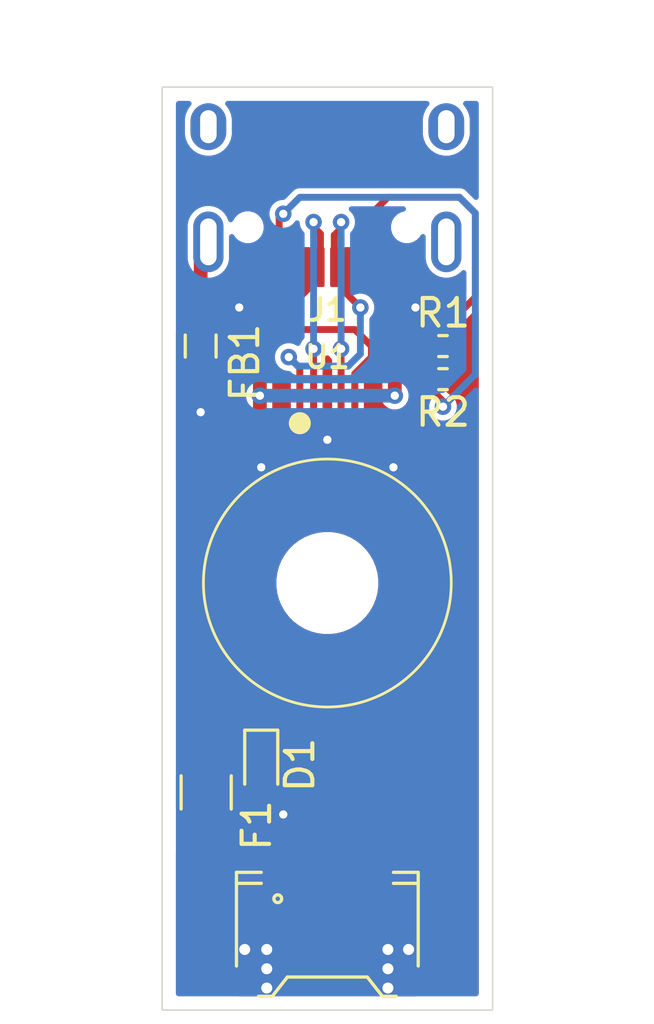
<source format=kicad_pcb>
(kicad_pcb (version 20241229) (generator "pcbnew") (generator_version "9.0")
  (layers (0 "F.Cu" signal) (2 "B.Cu" signal) (13 "F.Paste" user) (15 "B.Paste" user) (5 "F.SilkS" user "F.Silkscreen") (7 "B.SilkS" user "B.Silkscreen") (1 "F.Mask" user) (3 "B.Mask" user) (25 "Edge.Cuts" user))
  (net 0 "")
  (net 3 "+5V")
  (net 4 "GND")
  (net 5 "D-")
  (net 6 "D+")
  (net 7 "VBUS")
  (net 8 "GNDPWR")
  (net 9 "Net-(J1-CC1)")
  (net 10 "Net-(J1-CC2)")
  (footprint "nesceptor:PicoEZMate-Reinforced-Lite" (layer "F.Cu") (at 92 103.5)
    (property "Reference" "J2")
    (property "Value" "Conn_01x04_MountingPin")
    (fp_line (start -3.3 -2) (end -3.3 1.4) (stroke (width 0.12)) (layer "F.SilkS"))
    (fp_line (start -3.3 -2) (end -2.4 -2) (stroke (width 0.12)) (layer "F.SilkS"))
    (fp_line (start -2.4 -1.6) (end -3.3 -1.6) (stroke (width 0.12)) (layer "F.SilkS"))
    (fp_line (start -2 2.5) (end -2.5 2.5) (stroke (width 0.12)) (layer "F.SilkS"))
    (fp_line (start -1.45 1.8) (end -2 2.5) (stroke (width 0.12)) (layer "F.SilkS"))
    (fp_line (start 1.45 1.8) (end -1.45 1.8) (stroke (width 0.12)) (layer "F.SilkS"))
    (fp_line (start 2 2.5) (end 1.45 1.8) (stroke (width 0.12)) (layer "F.SilkS"))
    (fp_line (start 2 2.5) (end 2.5 2.5) (stroke (width 0.12)) (layer "F.SilkS"))
    (fp_line (start 2.4 -2) (end 3.3 -2) (stroke (width 0.12)) (layer "F.SilkS"))
    (fp_line (start 3.3 -2) (end 3.3 1.4) (stroke (width 0.12)) (layer "F.SilkS"))
    (fp_line (start 3.3 -1.6) (end 2.4 -1.6) (stroke (width 0.12)) (layer "F.SilkS"))
    (fp_circle (center -1.8 -1.041421) (end -1.7 -1.141421) (stroke (width 0.12)) (fill no) (layer "F.SilkS"))
    (pad "1" smd roundrect (at -1.8 -2.2) (size 1 1.8) (layers "F.Cu") (roundrect_rratio 0.1666666667) (net 3 "+5V"))
    (pad "2" smd roundrect (at -0.6 -2.2) (size 1 1.8) (layers "F.Cu") (roundrect_rratio 0.1666666667) (net 5 "D-"))
    (pad "3" smd roundrect (at 0.6 -2.2) (size 1 1.8) (layers "F.Cu") (roundrect_rratio 0.1666666667) (net 6 "D+"))
    (pad "4" smd roundrect (at 1.8 -2.2) (size 1 1.8) (layers "F.Cu") (roundrect_rratio 0.1666666667) (net 4 "GND"))
    (pad "MP" thru_hole circle (at -3 0.8) (size 0.6 0.6) (drill 0.4) (layers "*.Cu") (net 4 "GND"))
    (pad "MP" smd roundrect (at -2.575 1.5) (size 1.45 2) (layers "F.Cu") (roundrect_rratio 0.06896551724) (net 4 "GND"))
    (pad "MP" smd roundrect (at -2.575 1.5) (size 1.45 2) (layers "B.Cu") (roundrect_rratio 0.06896551724) (net 4 "GND"))
    (pad "MP" thru_hole circle (at -2.2 0.8) (size 0.6 0.6) (drill 0.4) (layers "*.Cu") (net 4 "GND"))
    (pad "MP" thru_hole circle (at -2.2 1.5) (size 0.6 0.6) (drill 0.4) (layers "*.Cu") (net 4 "GND"))
    (pad "MP" thru_hole circle (at -2.2 2.2) (size 0.6 0.6) (drill 0.4) (layers "*.Cu") (net 4 "GND"))
    (pad "MP" thru_hole circle (at 2.2 0.8) (size 0.6 0.6) (drill 0.4) (layers "*.Cu") (net 4 "GND"))
    (pad "MP" thru_hole circle (at 2.2 1.5) (size 0.6 0.6) (drill 0.4) (layers "*.Cu") (net 4 "GND"))
    (pad "MP" thru_hole circle (at 2.2 2.2) (size 0.6 0.6) (drill 0.4) (layers "*.Cu") (net 4 "GND"))
    (pad "MP" smd roundrect (at 2.575 1.5) (size 1.45 2) (layers "F.Cu") (roundrect_rratio 0.06896551724) (net 4 "GND"))
    (pad "MP" smd roundrect (at 2.575 1.5) (size 1.45 2) (layers "B.Cu") (roundrect_rratio 0.06896551724) (net 4 "GND"))
    (pad "MP" thru_hole circle (at 2.95 0.8) (size 0.6 0.6) (drill 0.4) (layers "*.Cu") (net 4 "GND"))
  )
  (footprint "Fuse:Fuse_1206_3216Metric" (layer "F.Cu") (at 87.6 98.6 -90)
    (property "Reference" "F1" (at 1.2 -1.83 90) (layer "F.SilkS"))
    (property "Value" "SMD0805-050-16V")
    (fp_line (start -0.602064 0.91) (end 0.602064 0.91) (stroke (width 0.12)) (layer "F.SilkS"))
    (fp_line (start -0.602064 -0.91) (end 0.602064 -0.91) (stroke (width 0.12)) (layer "F.SilkS"))
    (pad "1" smd roundrect (at -1.4 0 270) (size 1.25 1.75) (layers "F.Cu" "F.Mask" "F.Paste") (roundrect_rratio 0.2) (net 7 "VBUS"))
    (pad "2" smd roundrect (at 1.4 0 270) (size 1.25 1.75) (layers "F.Cu" "F.Mask" "F.Paste") (roundrect_rratio 0.2) (net 3 "+5V"))
  )
  (footprint "Resistor_SMD:R_0402_1005Metric" (layer "F.Cu") (at 96.2 82.4 180)
    (property "Reference" "R1" (at 0 1.2 0) (layer "F.SilkS"))
    (property "Value" "5.1k")
    (fp_line (start -0.153641 0.38) (end 0.153641 0.38) (stroke (width 0.12)) (layer "F.SilkS"))
    (fp_line (start -0.153641 -0.38) (end 0.153641 -0.38) (stroke (width 0.12)) (layer "F.SilkS"))
    (pad "1" smd roundrect (at -0.51 0 180) (size 0.54 0.64) (layers "F.Cu" "F.Mask" "F.Paste") (net 4 "GND"))
    (pad "2" smd roundrect (at 0.51 0 180) (size 0.54 0.64) (layers "F.Cu" "F.Mask" "F.Paste") (net 9 "Net-(J1-CC1)"))
  )
  (footprint "Diode_SMD:D_SOD-523" (layer "F.Cu") (at 89.6 97.6 -90)
    (property "Reference" "D1" (at 0 -1.4 90) (layer "F.SilkS"))
    (property "Value" "ESD5Z5V0")
    (fp_line (start 0.7 0.6) (end -1.26 0.6) (stroke (width 0.12)) (layer "F.SilkS"))
    (fp_line (start -1.26 -0.6) (end -1.26 0.6) (stroke (width 0.12)) (layer "F.SilkS"))
    (fp_line (start 0.7 -0.6) (end -1.26 -0.6) (stroke (width 0.12)) (layer "F.SilkS"))
    (pad "1" smd roundrect (at -0.7 0 90) (size 0.6 0.7) (layers "F.Cu" "F.Mask" "F.Paste") (net 7 "VBUS"))
    (pad "2" smd roundrect (at 0.7 0 90) (size 0.6 0.7) (layers "F.Cu" "F.Mask" "F.Paste") (net 4 "GND"))
  )
  (footprint "Resistor_SMD:R_0402_1005Metric" (layer "F.Cu") (at 96.2 83.6)
    (property "Reference" "R2" (at 0 1.2 0) (layer "F.SilkS"))
    (property "Value" "5.1k")
    (fp_line (start -0.153641 -0.38) (end 0.153641 -0.38) (stroke (width 0.12)) (layer "F.SilkS"))
    (fp_line (start -0.153641 0.38) (end 0.153641 0.38) (stroke (width 0.12)) (layer "F.SilkS"))
    (pad "1" smd roundrect (at -0.51 0) (size 0.54 0.64) (layers "F.Cu" "F.Mask" "F.Paste") (net 10 "Net-(J1-CC2)"))
    (pad "2" smd roundrect (at 0.51 0) (size 0.54 0.64) (layers "F.Cu" "F.Mask" "F.Paste") (net 4 "GND"))
  )
  (footprint "Inductor_SMD:L_0805_2012Metric" (layer "F.Cu") (at 87.4 82.4 -90)
    (property "Reference" "FB1" (at 0.6 -1.6 90) (layer "F.SilkS"))
    (property "Value" "GZ2012D601TF")
    (fp_line (start -0.399622 0.56) (end 0.399622 0.56) (stroke (width 0.12)) (layer "F.SilkS"))
    (fp_line (start -0.399622 -0.56) (end 0.399622 -0.56) (stroke (width 0.12)) (layer "F.SilkS"))
    (pad "1" smd roundrect (at -1.0625 0 270) (size 0.875 1.2) (layers "F.Cu" "F.Mask" "F.Paste") (net 8 "GNDPWR"))
    (pad "2" smd roundrect (at 1.0625 0 270) (size 0.875 1.2) (layers "F.Cu" "F.Mask" "F.Paste") (net 4 "GND"))
  )
  (footprint "nesceptor:USON-10_2.5x1.0mm_P0.5mm" (layer "F.Cu") (at 92 84.2 90)
    (property "Reference" "U1" (at 1.4 0 0) (layer "F.SilkS") (effects (font (size 0.8 0.8))))
    (property "Value" "TPD4E05U06DQAR")
    (fp_circle (center -1 -1) (end -1 -1) (stroke (width 0.4)) (fill no) (layer "F.SilkS"))
    (pad "1" smd roundrect (at -0.385 -1) (size 0.25 0.55) (layers "F.Cu" "F.Mask" "F.Paste") (roundrect_rratio 0.5) (net 5 "D-"))
    (pad "2" smd rect (at -0.385 -0.5) (size 0.25 0.55) (layers "F.Cu" "F.Mask" "F.Paste") (net 5 "D-"))
    (pad "3" smd rect (at -0.385 0) (size 0.3 0.55) (layers "F.Cu" "F.Mask" "F.Paste") (net 4 "GND"))
    (pad "4" smd rect (at -0.385 0.5) (size 0.25 0.55) (layers "F.Cu" "F.Mask" "F.Paste") (net 6 "D+"))
    (pad "5" smd rect (at -0.385 1) (size 0.25 0.55) (layers "F.Cu" "F.Mask" "F.Paste") (net 6 "D+"))
    (pad "6" smd rect (at 0.385 1) (size 0.25 0.55) (layers "F.Cu" "F.Mask" "F.Paste") (net 6 "D+"))
    (pad "7" smd rect (at 0.385 0.5) (size 0.25 0.55) (layers "F.Cu" "F.Mask" "F.Paste") (net 6 "D+"))
    (pad "8" smd rect (at 0.385 0) (size 0.3 0.55) (layers "F.Cu" "F.Mask" "F.Paste") (net 4 "GND"))
    (pad "9" smd rect (at 0.385 -0.5) (size 0.25 0.55) (layers "F.Cu" "F.Mask" "F.Paste") (net 5 "D-"))
    (pad "10" smd rect (at 0.385 -1) (size 0.25 0.55) (layers "F.Cu" "F.Mask" "F.Paste") (net 5 "D-"))
  )
  (footprint "MountingHole:MountingHole_3.2mm_M3" (layer "F.Cu") (at 92 91)
    (property "Reference" "H1")
    (property "Value" "MountingHole")
    (pad "" np_thru_hole circle (at 0 0) (size 3.2 3.2) (drill 3.2) (layers "*.Cu" "*.Mask"))
  )
  (footprint "nesceptor:HRO-TYPE-C-31-M-12-Assembly" (layer "F.Cu") (at 92 71.8375 180)
    (property "Reference" "J1" (at 0 -9.25 0) (layer "F.SilkS") (effects (font (size 0.8 0.8))))
    (property "Value" "USB_C_Receptacle_USB2.0_16P")
    (pad "" np_thru_hole circle (at -2.89 -6.25 180) (size 0.65 0.65) (drill 0.65) (layers "*.Cu" "*.Mask"))
    (pad "" np_thru_hole circle (at 2.89 -6.25 180) (size 0.65 0.65) (drill 0.65) (layers "*.Cu" "*.Mask"))
    (pad "A1" smd roundrect (at -3.225 -7.695 180) (size 0.6 1.45) (layers "F.Cu" "F.Mask" "F.Paste") (roundrect_rratio 0.1) (net 4 "GND"))
    (pad "A4" smd roundrect (at -2.45 -7.695 180) (size 0.6 1.45) (layers "F.Cu" "F.Mask" "F.Paste") (roundrect_rratio 0.1) (net 7 "VBUS"))
    (pad "A5" smd roundrect (at -1.25 -7.695 180) (size 0.3 1.45) (layers "F.Cu" "F.Mask" "F.Paste") (roundrect_rratio 0.2) (net 9 "Net-(J1-CC1)"))
    (pad "A6" smd roundrect (at -0.25 -7.695 180) (size 0.3 1.45) (layers "F.Cu" "F.Mask" "F.Paste") (roundrect_rratio 0.2) (net 6 "D+"))
    (pad "A7" smd roundrect (at 0.25 -7.695 180) (size 0.3 1.45) (layers "F.Cu" "F.Mask" "F.Paste") (roundrect_rratio 0.2) (net 5 "D-"))
    (pad "A8" smd roundrect (at 1.25 -7.695 180) (size 0.3 1.45) (layers "F.Cu" "F.Mask" "F.Paste") (roundrect_rratio 0.2))
    (pad "B1" smd roundrect (at 3.225 -7.695 180) (size 0.6 1.45) (layers "F.Cu" "F.Mask" "F.Paste") (roundrect_rratio 0.1) (net 4 "GND"))
    (pad "B4" smd roundrect (at 2.45 -7.695 180) (size 0.6 1.45) (layers "F.Cu" "F.Mask" "F.Paste") (roundrect_rratio 0.1) (net 7 "VBUS"))
    (pad "B5" smd roundrect (at 1.75 -7.695 180) (size 0.3 1.45) (layers "F.Cu" "F.Mask" "F.Paste") (roundrect_rratio 0.2) (net 10 "Net-(J1-CC2)"))
    (pad "B6" smd roundrect (at 0.75 -7.695 180) (size 0.3 1.45) (layers "F.Cu" "F.Mask" "F.Paste") (roundrect_rratio 0.2) (net 6 "D+"))
    (pad "B7" smd roundrect (at -0.75 -7.695 180) (size 0.3 1.45) (layers "F.Cu" "F.Mask" "F.Paste") (roundrect_rratio 0.2) (net 5 "D-"))
    (pad "B8" smd roundrect (at -1.75 -7.695 180) (size 0.3 1.45) (layers "F.Cu" "F.Mask" "F.Paste") (roundrect_rratio 0.2))
    (pad "S1" thru_hole oval (at -4.32 -6.78 180) (size 1.1 2.2) (drill oval 0.6 1.7) (layers "*.Cu" "*.Mask") (net 8 "GNDPWR"))
    (pad "S1" thru_hole oval (at -4.32 -2.6 180) (size 1.3 1.7) (drill oval 0.6 1.2) (layers "*.Cu" "*.Mask") (net 8 "GNDPWR"))
    (pad "S1" thru_hole oval (at 4.32 -6.78 180) (size 1.1 2.2) (drill oval 0.6 1.7) (layers "*.Cu" "*.Mask") (net 8 "GNDPWR"))
    (pad "S1" thru_hole oval (at 4.32 -2.6 180) (size 1.3 1.7) (drill oval 0.6 1.2) (layers "*.Cu" "*.Mask") (net 8 "GNDPWR"))
  )
  (gr_circle (center 92 91) (end 96.5 91) (stroke (width 0.1)) (fill no) (layer "F.SilkS"))
  (gr_line (start 92 73) (end 98 73) (stroke (width 0.05)) (layer "Edge.Cuts"))
  (gr_line (start 98 73) (end 98 98) (stroke (width 0.05)) (layer "Edge.Cuts"))
  (gr_line (start 86 106.5) (end 98 106.5) (stroke (width 0.05)) (layer "Edge.Cuts"))
  (gr_line (start 86 98) (end 86 106.5) (stroke (width 0.05)) (layer "Edge.Cuts"))
  (gr_line (start 92 73) (end 86 73) (stroke (width 0.05)) (layer "Edge.Cuts"))
  (gr_line (start 98 106.5) (end 98 98) (stroke (width 0.05)) (layer "Edge.Cuts"))
  (gr_line (start 86 73) (end 86 98) (stroke (width 0.05)) (layer "Edge.Cuts"))
  (segment (start 88.9 100) (end 90.2 101.3) (width 0.5) (layer "F.Cu") (net 3))
  (segment (start 87.6 100) (end 88.9 100) (width 0.5) (layer "F.Cu") (net 3))
  (segment (start 92 84.585) (end 92 85.8) (width 0.25) (layer "F.Cu") (net 4))
  (segment (start 92 83.815) (end 92 84.585) (width 0.25) (layer "F.Cu") (net 4))
  (via (at 92 85.8) (size 0.6) (drill 0.3) (layers "F.Cu" "B.Cu") (net 4))
  (via (at 90.4 99.4) (size 0.6) (drill 0.3) (layers "F.Cu" "B.Cu") (net 4))
  (via (at 95.2 81) (size 0.6) (drill 0.3) (layers "F.Cu" "B.Cu") (net 4))
  (via (at 89.6 86.8) (size 0.6) (drill 0.3) (layers "F.Cu" "B.Cu") (net 4))
  (via (at 94.4 86.8) (size 0.6) (drill 0.3) (layers "F.Cu" "B.Cu") (net 4))
  (via (at 88.8 81) (size 0.6) (drill 0.3) (layers "F.Cu" "B.Cu") (net 4))
  (via (at 87.4 84.8) (size 0.6) (drill 0.3) (layers "F.Cu" "B.Cu") (net 4))
  (segment (start 91.4 94.4) (end 91.4 101.3) (width 0.25) (layer "F.Cu") (net 5))
  (segment (start 93.2 81) (end 92.75 80.55) (width 0.25) (layer "F.Cu") (net 5))
  (segment (start 91 83.2) (end 91 83.815) (width 0.25) (layer "F.Cu") (net 5))
  (segment (start 92.75 80.55) (end 92.75 79.5325) (width 0.25) (layer "F.Cu") (net 5))
  (segment (start 91.5 85.3) (end 91.5 84.2) (width 0.25) (layer "F.Cu") (net 5))
  (segment (start 91.75 78.325) (end 91.75 79.5325) (width 0.25) (layer "F.Cu") (net 5))
  (segment (start 89.4 92.4) (end 91.4 94.4) (width 0.25) (layer "F.Cu") (net 5))
  (segment (start 91 83.815) (end 91 85.8) (width 0.25) (layer "F.Cu") (net 5))
  (segment (start 91 85.8) (end 91 88) (width 0.25) (layer "F.Cu") (net 5))
  (segment (start 90.6 82.8) (end 91 83.2) (width 0.25) (layer "F.Cu") (net 5))
  (segment (start 91 85.8) (end 91.5 85.3) (width 0.25) (layer "F.Cu") (net 5))
  (segment (start 91.5 78.075) (end 91.75 78.325) (width 0.25) (layer "F.Cu") (net 5))
  (segment (start 91.5 83.815) (end 91.5 84.2) (width 0.25) (layer "F.Cu") (net 5))
  (segment (start 91.5 83.815) (end 91.5 82.5) (width 0.25) (layer "F.Cu") (net 5))
  (segment (start 91 88) (end 89.4 89.6) (width 0.25) (layer "F.Cu") (net 5))
  (segment (start 89.4 89.6) (end 89.4 92.4) (width 0.25) (layer "F.Cu") (net 5))
  (segment (start 91 83.815) (end 91 84.585) (width 0.25) (layer "F.Cu") (net 5))
  (segment (start 91.5 77.9) (end 91.5 78.075) (width 0.25) (layer "F.Cu") (net 5))
  (segment (start 91.5 84.2) (end 91.5 84.585) (width 0.25) (layer "F.Cu") (net 5))
  (via (at 90.6 82.8) (size 0.6) (drill 0.3) (layers "F.Cu" "B.Cu") (net 5))
  (via (at 91.5 82.5) (size 0.6) (drill 0.3) (layers "F.Cu" "B.Cu") (net 5))
  (via (at 93.2 81) (size 0.6) (drill 0.3) (layers "F.Cu" "B.Cu") (net 5))
  (via (at 91.5 77.9) (size 0.6) (drill 0.3) (layers "F.Cu" "B.Cu") (net 5))
  (segment (start 92.759298 83.126) (end 93.2 82.685298) (width 0.25) (layer "B.Cu") (net 5))
  (segment (start 91.5 77.9) (end 91.5 82.5) (width 0.25) (layer "B.Cu") (net 5))
  (segment (start 90.926 83.126) (end 92.759298 83.126) (width 0.25) (layer "B.Cu") (net 5))
  (segment (start 93.2 82.685298) (end 93.2 81) (width 0.25) (layer "B.Cu") (net 5))
  (segment (start 90.6 82.8) (end 90.926 83.126) (width 0.25) (layer "B.Cu") (net 5))
  (segment (start 92.5 83.815) (end 92.5 84.585) (width 0.25) (layer "F.Cu") (net 6))
  (segment (start 90.8 81.8) (end 90.4 81.4) (width 0.25) (layer "F.Cu") (net 6))
  (segment (start 90.4 81.4) (end 90.4 81.225) (width 0.25) (layer "F.Cu") (net 6))
  (segment (start 91.25 80.375) (end 91.25 79.5325) (width 0.25) (layer "F.Cu") (net 6))
  (segment (start 93 85.8) (end 93 88) (width 0.25) (layer "F.Cu") (net 6))
  (segment (start 92.5 77.9) (end 92.5 78.125003) (width 0.25) (layer "F.Cu") (net 6))
  (segment (start 93 83.815) (end 93 85.8) (width 0.25) (layer "F.Cu") (net 6))
  (segment (start 93.6 82.8) (end 93.6 82.4) (width 0.25) (layer "F.Cu") (net 6))
  (segment (start 93 85.8) (end 92.5 85.3) (width 0.25) (layer "F.Cu") (net 6))
  (segment (start 90.4 81.225) (end 91.25 80.375) (width 0.25) (layer "F.Cu") (net 6))
  (segment (start 93 83.4) (end 93.6 82.8) (width 0.25) (layer "F.Cu") (net 6))
  (segment (start 94.6 92.4) (end 92.6 94.4) (width 0.25) (layer "F.Cu") (net 6))
  (segment (start 93 81.8) (end 90.8 81.8) (width 0.25) (layer "F.Cu") (net 6))
  (segment (start 94.6 89.6) (end 94.6 92.4) (width 0.25) (layer "F.Cu") (net 6))
  (segment (start 93 83.815) (end 93 83.4) (width 0.25) (layer "F.Cu") (net 6))
  (segment (start 93 83.815) (end 93 84.585) (width 0.25) (layer "F.Cu") (net 6))
  (segment (start 92.6 94.4) (end 92.6 101.3) (width 0.25) (layer "F.Cu") (net 6))
  (segment (start 92.5 83.815) (end 92.5 82.5) (width 0.25) (layer "F.Cu") (net 6))
  (segment (start 92.25 78.375003) (end 92.25 79.5325) (width 0.25) (layer "F.Cu") (net 6))
  (segment (start 93.6 82.4) (end 93 81.8) (width 0.25) (layer "F.Cu") (net 6))
  (segment (start 93 88) (end 94.6 89.6) (width 0.25) (layer "F.Cu") (net 6))
  (segment (start 92.5 78.125003) (end 92.25 78.375003) (width 0.25) (layer "F.Cu") (net 6))
  (segment (start 92.5 85.3) (end 92.5 84.585) (width 0.25) (layer "F.Cu") (net 6))
  (via (at 92.5 82.5) (size 0.6) (drill 0.3) (layers "F.Cu" "B.Cu") (net 6))
  (via (at 92.5 77.9) (size 0.6) (drill 0.3) (layers "F.Cu" "B.Cu") (net 6))
  (segment (start 92.5 77.9) (end 92.5 82.5) (width 0.25) (layer "B.Cu") (net 6))
  (segment (start 89.55 84.2) (end 89.55 85.05) (width 0.5) (layer "F.Cu") (net 7))
  (segment (start 87 87.6) (end 87 96.6) (width 0.5) (layer "F.Cu") (net 7))
  (segment (start 87.9 96.9) (end 87.6 97.2) (width 0.5) (layer "F.Cu") (net 7))
  (segment (start 94.45 84.2) (end 94.45 79.5325) (width 0.5) (layer "F.Cu") (net 7))
  (segment (start 87 96.6) (end 87.6 97.2) (width 0.5) (layer "F.Cu") (net 7))
  (segment (start 89.55 85.05) (end 87 87.6) (width 0.5) (layer "F.Cu") (net 7))
  (segment (start 89.6 96.9) (end 87.9 96.9) (width 0.5) (layer "F.Cu") (net 7))
  (segment (start 89.55 79.5325) (end 89.55 84.2) (width 0.5) (layer "F.Cu") (net 7))
  (via (at 89.55 84.2) (size 0.6) (drill 0.3) (layers "F.Cu" "B.Cu") (net 7))
  (via (at 94.45 84.2) (size 0.6) (drill 0.3) (layers "F.Cu" "B.Cu") (net 7))
  (segment (start 89.55 84.2) (end 94.45 84.2) (width 0.5) (layer "B.Cu") (net 7))
  (segment (start 87.4 81.3375) (end 87.4 78.8975) (width 0.5) (layer "F.Cu") (net 8))
  (segment (start 87.4 78.8975) (end 87.68 78.6175) (width 0.5) (layer "F.Cu") (net 8))
  (segment (start 97.374 80.626) (end 95.69 82.31) (width 0.25) (layer "F.Cu") (net 9))
  (segment (start 95.69 82.31) (end 95.69 82.4) (width 0.25) (layer "F.Cu") (net 9))
  (segment (start 93.25 77.95) (end 94.2 77) (width 0.25) (layer "F.Cu") (net 9))
  (segment (start 94.2 77) (end 96.8 77) (width 0.25) (layer "F.Cu") (net 9))
  (segment (start 93.25 79.5325) (end 93.25 77.95) (width 0.25) (layer "F.Cu") (net 9))
  (segment (start 97.374 77.574) (end 97.374 80.626) (width 0.25) (layer "F.Cu") (net 9))
  (segment (start 96.8 77) (end 97.374 77.574) (width 0.25) (layer "F.Cu") (net 9))
  (segment (start 96.2 84.4) (end 95.69 83.89) (width 0.25) (layer "F.Cu") (net 10))
  (segment (start 90.25 79.5325) (end 90.25 77.75) (width 0.25) (layer "F.Cu") (net 10))
  (segment (start 95.69 83.89) (end 95.69 83.6) (width 0.25) (layer "F.Cu") (net 10))
  (segment (start 90.25 77.75) (end 90.4 77.6) (width 0.25) (layer "F.Cu") (net 10))
  (segment (start 96.2 84.6) (end 96.2 84.4) (width 0.25) (layer "F.Cu") (net 10))
  (via (at 96.2 84.6) (size 0.6) (drill 0.3) (layers "F.Cu" "B.Cu") (net 10))
  (via (at 90.4 77.6) (size 0.6) (drill 0.3) (layers "F.Cu" "B.Cu") (net 10))
  (segment (start 91 77) (end 90.4 77.6) (width 0.25) (layer "B.Cu") (net 10))
  (segment (start 96.8 77) (end 91 77) (width 0.25) (layer "B.Cu") (net 10))
  (segment (start 96.2 84.6) (end 97.374 83.426) (width 0.25) (layer "B.Cu") (net 10))
  (segment (start 97.374 77.574) (end 96.8 77) (width 0.25) (layer "B.Cu") (net 10))
  (segment (start 97.374 83.426) (end 97.374 77.574) (width 0.25) (layer "B.Cu") (net 10))
  (zone (net 4) (net_name "GND") (layers "F.Cu" "B.Cu") (connect_pads yes (clearance 0.2)) (min_thickness 0.2) (fill yes (thermal_gap 0.5) (thermal_bridge_width 0.5))
    (polygon (pts (xy 85.5 72.5) (xy 98.5 72.5) (xy 98.5 107) (xy 85.5 107)))
  )
)
</source>
